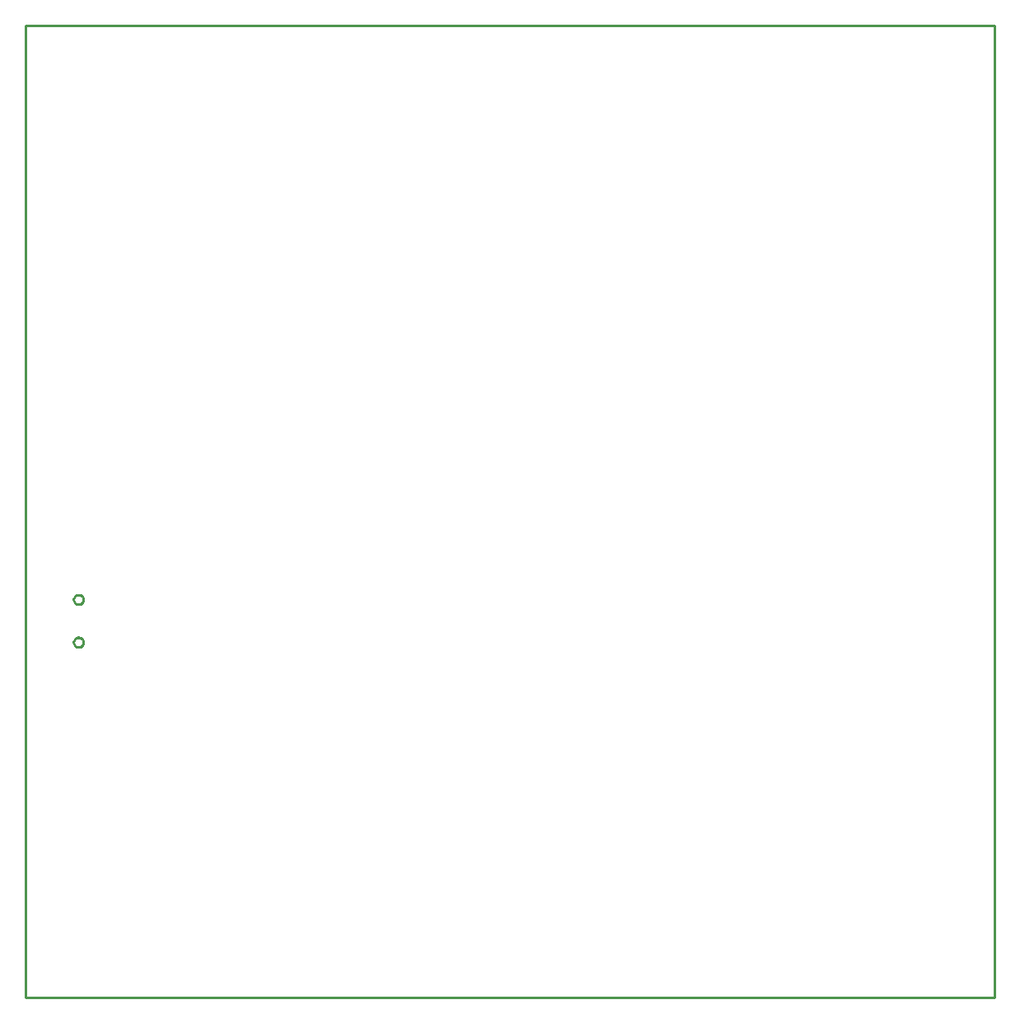
<source format=gko>
G04 EAGLE Gerber RS-274X export*
G75*
%MOMM*%
%FSLAX34Y34*%
%LPD*%
%IN*%
%IPPOS*%
%AMOC8*
5,1,8,0,0,1.08239X$1,22.5*%
G01*
%ADD10C,0.254000*%


D10*
X0Y0D02*
X996750Y0D01*
X996750Y1000000D01*
X0Y1000000D01*
X0Y0D01*
X54169Y404350D02*
X53611Y404413D01*
X53064Y404538D01*
X52534Y404723D01*
X52028Y404967D01*
X51552Y405266D01*
X51113Y405616D01*
X50716Y406013D01*
X50366Y406452D01*
X50067Y406928D01*
X49823Y407434D01*
X49638Y407964D01*
X49513Y408511D01*
X49450Y409069D01*
X49450Y409631D01*
X49513Y410189D01*
X49638Y410736D01*
X49823Y411266D01*
X50067Y411772D01*
X50366Y412248D01*
X50716Y412687D01*
X51113Y413084D01*
X51552Y413434D01*
X52028Y413733D01*
X52534Y413977D01*
X53064Y414162D01*
X53611Y414287D01*
X54169Y414350D01*
X54731Y414350D01*
X55289Y414287D01*
X55836Y414162D01*
X56366Y413977D01*
X56872Y413733D01*
X57348Y413434D01*
X57787Y413084D01*
X58184Y412687D01*
X58534Y412248D01*
X58833Y411772D01*
X59077Y411266D01*
X59262Y410736D01*
X59387Y410189D01*
X59450Y409631D01*
X59450Y409069D01*
X59387Y408511D01*
X59262Y407964D01*
X59077Y407434D01*
X58833Y406928D01*
X58534Y406452D01*
X58184Y406013D01*
X57787Y405616D01*
X57348Y405266D01*
X56872Y404967D01*
X56366Y404723D01*
X55836Y404538D01*
X55289Y404413D01*
X54731Y404350D01*
X54169Y404350D01*
X54169Y360350D02*
X53611Y360413D01*
X53064Y360538D01*
X52534Y360723D01*
X52028Y360967D01*
X51552Y361266D01*
X51113Y361616D01*
X50716Y362013D01*
X50366Y362452D01*
X50067Y362928D01*
X49823Y363434D01*
X49638Y363964D01*
X49513Y364511D01*
X49450Y365069D01*
X49450Y365631D01*
X49513Y366189D01*
X49638Y366736D01*
X49823Y367266D01*
X50067Y367772D01*
X50366Y368248D01*
X50716Y368687D01*
X51113Y369084D01*
X51552Y369434D01*
X52028Y369733D01*
X52534Y369977D01*
X53064Y370162D01*
X53611Y370287D01*
X54169Y370350D01*
X54731Y370350D01*
X55289Y370287D01*
X55836Y370162D01*
X56366Y369977D01*
X56872Y369733D01*
X57348Y369434D01*
X57787Y369084D01*
X58184Y368687D01*
X58534Y368248D01*
X58833Y367772D01*
X59077Y367266D01*
X59262Y366736D01*
X59387Y366189D01*
X59450Y365631D01*
X59450Y365069D01*
X59387Y364511D01*
X59262Y363964D01*
X59077Y363434D01*
X58833Y362928D01*
X58534Y362452D01*
X58184Y362013D01*
X57787Y361616D01*
X57348Y361266D01*
X56872Y360967D01*
X56366Y360723D01*
X55836Y360538D01*
X55289Y360413D01*
X54731Y360350D01*
X54169Y360350D01*
M02*

</source>
